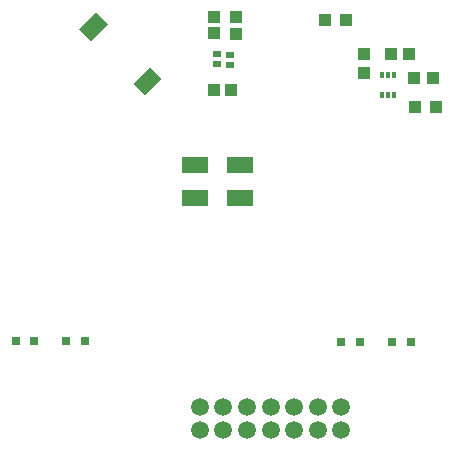
<source format=gtp>
G04 #@! TF.GenerationSoftware,KiCad,Pcbnew,5.1.5-52549c5~84~ubuntu18.04.1*
G04 #@! TF.CreationDate,2020-02-21T12:38:08+02:00*
G04 #@! TF.ProjectId,Touch_Switch_2ch,546f7563-685f-4537-9769-7463685f3263,rev?*
G04 #@! TF.SameCoordinates,Original*
G04 #@! TF.FileFunction,Paste,Top*
G04 #@! TF.FilePolarity,Positive*
%FSLAX46Y46*%
G04 Gerber Fmt 4.6, Leading zero omitted, Abs format (unit mm)*
G04 Created by KiCad (PCBNEW 5.1.5-52549c5~84~ubuntu18.04.1) date 2020-02-21 12:38:08*
%MOMM*%
%LPD*%
G04 APERTURE LIST*
%ADD10C,0.100000*%
%ADD11R,1.000000X1.100000*%
%ADD12R,1.100000X1.000000*%
%ADD13C,1.500000*%
%ADD14R,0.300000X0.500000*%
%ADD15R,2.261000X1.448000*%
%ADD16R,0.650000X0.600000*%
%ADD17R,0.800000X0.800000*%
G04 APERTURE END LIST*
D10*
G36*
X87302965Y-43632179D02*
G01*
X86313015Y-42642229D01*
X87727229Y-41228015D01*
X88717179Y-42217965D01*
X87302965Y-43632179D01*
G37*
G36*
X82706771Y-39035985D02*
G01*
X81716821Y-38046035D01*
X83131035Y-36631821D01*
X84120985Y-37621771D01*
X82706771Y-39035985D01*
G37*
D11*
X108078000Y-40132000D03*
X109678000Y-40132000D03*
X110097000Y-42164000D03*
X111697000Y-42164000D03*
D12*
X105792000Y-40109000D03*
X105792000Y-41709000D03*
D13*
X95918000Y-71992000D03*
X95918000Y-69992000D03*
X97918000Y-71992000D03*
X97918000Y-69992000D03*
X99918000Y-71992000D03*
X99918000Y-69992000D03*
X101918000Y-71992000D03*
X101918000Y-69992000D03*
X103918000Y-71992000D03*
X103918000Y-69992000D03*
X93918000Y-71942000D03*
X93918000Y-69992000D03*
X91918000Y-71992000D03*
X91918000Y-69992000D03*
D14*
X107823000Y-43560000D03*
X107823000Y-41860000D03*
X107315000Y-41860000D03*
X108331000Y-41860000D03*
X107315000Y-43560000D03*
X108331000Y-43560000D03*
D12*
X93091000Y-36954000D03*
X93091000Y-38354000D03*
X94996000Y-37019000D03*
X94996000Y-38419000D03*
D11*
X94553000Y-43180000D03*
X93153000Y-43180000D03*
X102489000Y-37211000D03*
X104289000Y-37211000D03*
D15*
X95326000Y-52299000D03*
X91542000Y-52299000D03*
X91542000Y-49505000D03*
X95326000Y-49505000D03*
D16*
X93345000Y-40132000D03*
X93345000Y-40980000D03*
X94488000Y-40173000D03*
X94488000Y-41021000D03*
D11*
X110109000Y-44577000D03*
X111909000Y-44577000D03*
D17*
X76327000Y-64389000D03*
X77927000Y-64389000D03*
X82207000Y-64389000D03*
X80607000Y-64389000D03*
X108204000Y-64516000D03*
X109804000Y-64516000D03*
X105486000Y-64516000D03*
X103886000Y-64516000D03*
M02*

</source>
